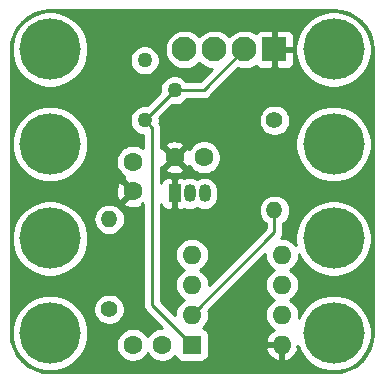
<source format=gtl>
G04 #@! TF.GenerationSoftware,KiCad,Pcbnew,(5.1.4)-1*
G04 #@! TF.CreationDate,2019-11-21T21:08:13-06:00*
G04 #@! TF.ProjectId,SensorBoard,53656e73-6f72-4426-9f61-72642e6b6963,rev?*
G04 #@! TF.SameCoordinates,Original*
G04 #@! TF.FileFunction,Copper,L1,Top*
G04 #@! TF.FilePolarity,Positive*
%FSLAX46Y46*%
G04 Gerber Fmt 4.6, Leading zero omitted, Abs format (unit mm)*
G04 Created by KiCad (PCBNEW (5.1.4)-1) date 2019-11-21 21:08:13*
%MOMM*%
%LPD*%
G04 APERTURE LIST*
%ADD10R,1.050000X1.500000*%
%ADD11O,1.050000X1.500000*%
%ADD12C,1.600000*%
%ADD13C,5.200000*%
%ADD14O,1.600000X1.600000*%
%ADD15R,1.600000X1.600000*%
%ADD16C,1.260000*%
%ADD17O,1.400000X1.400000*%
%ADD18C,1.400000*%
%ADD19C,2.100000*%
%ADD20R,2.100000X2.100000*%
%ADD21C,0.250000*%
%ADD22C,0.254000*%
G04 APERTURE END LIST*
D10*
X2540000Y-12192000D03*
D11*
X5080000Y-12192000D03*
X3810000Y-12192000D03*
D12*
X5040000Y-9144000D03*
X2540000Y-9144000D03*
D13*
X16000000Y-8000000D03*
X16000000Y-16000000D03*
X16000000Y-24000000D03*
X16000000Y0D03*
X-8000000Y-16000000D03*
X-8000000Y-8000000D03*
X-8000000Y0D03*
X-8000000Y-24000000D03*
D14*
X11620000Y-25000000D03*
X4000000Y-17380000D03*
X11620000Y-22460000D03*
X4000000Y-19920000D03*
X11620000Y-19920000D03*
X4000000Y-22460000D03*
X11620000Y-17380000D03*
D15*
X4000000Y-25000000D03*
D16*
X0Y-6000000D03*
X2540000Y-3460000D03*
X0Y-920000D03*
D17*
X11000000Y-13620000D03*
D18*
X11000000Y-6000000D03*
D17*
X-3000000Y-14380000D03*
D18*
X-3000000Y-22000000D03*
D19*
X3380000Y0D03*
X5920000Y0D03*
X8460000Y0D03*
D20*
X11000000Y0D03*
D12*
X1500000Y-25000000D03*
X-1000000Y-25000000D03*
X-1000000Y-9500000D03*
X-1000000Y-12000000D03*
D21*
X5000000Y-3460000D02*
X8460000Y0D01*
X2540000Y-3460000D02*
X5000000Y-3460000D01*
X2540000Y-3460000D02*
X0Y-6000000D01*
X629999Y-21629999D02*
X4000000Y-25000000D01*
X629999Y-6629999D02*
X629999Y-21629999D01*
X0Y-6000000D02*
X629999Y-6629999D01*
X11000000Y-15460000D02*
X11000000Y-13620000D01*
X4000000Y-22460000D02*
X11000000Y-15460000D01*
D22*
G36*
X16648126Y3273286D02*
G01*
X17271572Y3085057D01*
X17846579Y2779319D01*
X18351247Y2367721D01*
X18766362Y1865933D01*
X19076105Y1293076D01*
X19268682Y670961D01*
X19340000Y-7584D01*
X19340001Y-23967711D01*
X19273286Y-24648126D01*
X19085057Y-25271570D01*
X18779323Y-25846573D01*
X18367721Y-26351248D01*
X17865933Y-26766362D01*
X17293077Y-27076104D01*
X16670961Y-27268682D01*
X15992417Y-27340000D01*
X-7967721Y-27340000D01*
X-8648126Y-27273286D01*
X-9271570Y-27085057D01*
X-9846573Y-26779323D01*
X-10351248Y-26367721D01*
X-10766362Y-25865933D01*
X-11076104Y-25293077D01*
X-11268682Y-24670961D01*
X-11340000Y-23992417D01*
X-11340000Y-23681380D01*
X-11235000Y-23681380D01*
X-11235000Y-24318620D01*
X-11110681Y-24943615D01*
X-10866820Y-25532347D01*
X-10512789Y-26062192D01*
X-10062192Y-26512789D01*
X-9532347Y-26866820D01*
X-8943615Y-27110681D01*
X-8318620Y-27235000D01*
X-7681380Y-27235000D01*
X-7056385Y-27110681D01*
X-6467653Y-26866820D01*
X-5937808Y-26512789D01*
X-5487211Y-26062192D01*
X-5133180Y-25532347D01*
X-4889319Y-24943615D01*
X-4765000Y-24318620D01*
X-4765000Y-23681380D01*
X-4889319Y-23056385D01*
X-5133180Y-22467653D01*
X-5487211Y-21937808D01*
X-5556505Y-21868514D01*
X-4335000Y-21868514D01*
X-4335000Y-22131486D01*
X-4283696Y-22389405D01*
X-4183061Y-22632359D01*
X-4036962Y-22851013D01*
X-3851013Y-23036962D01*
X-3632359Y-23183061D01*
X-3389405Y-23283696D01*
X-3131486Y-23335000D01*
X-2868514Y-23335000D01*
X-2610595Y-23283696D01*
X-2367641Y-23183061D01*
X-2148987Y-23036962D01*
X-1963038Y-22851013D01*
X-1816939Y-22632359D01*
X-1716304Y-22389405D01*
X-1665000Y-22131486D01*
X-1665000Y-21868514D01*
X-1716304Y-21610595D01*
X-1816939Y-21367641D01*
X-1963038Y-21148987D01*
X-2148987Y-20963038D01*
X-2367641Y-20816939D01*
X-2610595Y-20716304D01*
X-2868514Y-20665000D01*
X-3131486Y-20665000D01*
X-3389405Y-20716304D01*
X-3632359Y-20816939D01*
X-3851013Y-20963038D01*
X-4036962Y-21148987D01*
X-4183061Y-21367641D01*
X-4283696Y-21610595D01*
X-4335000Y-21868514D01*
X-5556505Y-21868514D01*
X-5937808Y-21487211D01*
X-6467653Y-21133180D01*
X-7056385Y-20889319D01*
X-7681380Y-20765000D01*
X-8318620Y-20765000D01*
X-8943615Y-20889319D01*
X-9532347Y-21133180D01*
X-10062192Y-21487211D01*
X-10512789Y-21937808D01*
X-10866820Y-22467653D01*
X-11110681Y-23056385D01*
X-11235000Y-23681380D01*
X-11340000Y-23681380D01*
X-11340000Y-15681380D01*
X-11235000Y-15681380D01*
X-11235000Y-16318620D01*
X-11110681Y-16943615D01*
X-10866820Y-17532347D01*
X-10512789Y-18062192D01*
X-10062192Y-18512789D01*
X-9532347Y-18866820D01*
X-8943615Y-19110681D01*
X-8318620Y-19235000D01*
X-7681380Y-19235000D01*
X-7056385Y-19110681D01*
X-6467653Y-18866820D01*
X-5937808Y-18512789D01*
X-5487211Y-18062192D01*
X-5133180Y-17532347D01*
X-4889319Y-16943615D01*
X-4765000Y-16318620D01*
X-4765000Y-15681380D01*
X-4889319Y-15056385D01*
X-5133180Y-14467653D01*
X-5191747Y-14380000D01*
X-4341459Y-14380000D01*
X-4315683Y-14641706D01*
X-4239347Y-14893354D01*
X-4115382Y-15125275D01*
X-3948555Y-15328555D01*
X-3745275Y-15495382D01*
X-3513354Y-15619347D01*
X-3261706Y-15695683D01*
X-3065579Y-15715000D01*
X-2934421Y-15715000D01*
X-2738294Y-15695683D01*
X-2486646Y-15619347D01*
X-2254725Y-15495382D01*
X-2051445Y-15328555D01*
X-1884618Y-15125275D01*
X-1760653Y-14893354D01*
X-1684317Y-14641706D01*
X-1658541Y-14380000D01*
X-1684317Y-14118294D01*
X-1760653Y-13866646D01*
X-1884618Y-13634725D01*
X-2051445Y-13431445D01*
X-2254725Y-13264618D01*
X-2486646Y-13140653D01*
X-2738294Y-13064317D01*
X-2934421Y-13045000D01*
X-3065579Y-13045000D01*
X-3261706Y-13064317D01*
X-3513354Y-13140653D01*
X-3745275Y-13264618D01*
X-3948555Y-13431445D01*
X-4115382Y-13634725D01*
X-4239347Y-13866646D01*
X-4315683Y-14118294D01*
X-4341459Y-14380000D01*
X-5191747Y-14380000D01*
X-5487211Y-13937808D01*
X-5937808Y-13487211D01*
X-6467653Y-13133180D01*
X-7056385Y-12889319D01*
X-7681380Y-12765000D01*
X-8318620Y-12765000D01*
X-8943615Y-12889319D01*
X-9532347Y-13133180D01*
X-10062192Y-13487211D01*
X-10512789Y-13937808D01*
X-10866820Y-14467653D01*
X-11110681Y-15056385D01*
X-11235000Y-15681380D01*
X-11340000Y-15681380D01*
X-11340000Y-12070512D01*
X-2440217Y-12070512D01*
X-2398787Y-12350130D01*
X-2303603Y-12616292D01*
X-2236671Y-12741514D01*
X-1992702Y-12813097D01*
X-1179605Y-12000000D01*
X-1992702Y-11186903D01*
X-2236671Y-11258486D01*
X-2357571Y-11513996D01*
X-2426300Y-11788184D01*
X-2440217Y-12070512D01*
X-11340000Y-12070512D01*
X-11340000Y-7681380D01*
X-11235000Y-7681380D01*
X-11235000Y-8318620D01*
X-11110681Y-8943615D01*
X-10866820Y-9532347D01*
X-10512789Y-10062192D01*
X-10062192Y-10512789D01*
X-9532347Y-10866820D01*
X-8943615Y-11110681D01*
X-8318620Y-11235000D01*
X-7681380Y-11235000D01*
X-7056385Y-11110681D01*
X-6467653Y-10866820D01*
X-5937808Y-10512789D01*
X-5487211Y-10062192D01*
X-5133180Y-9532347D01*
X-5061239Y-9358665D01*
X-2435000Y-9358665D01*
X-2435000Y-9641335D01*
X-2379853Y-9918574D01*
X-2271680Y-10179727D01*
X-2114637Y-10414759D01*
X-1914759Y-10614637D01*
X-1714131Y-10748692D01*
X-1741514Y-10763329D01*
X-1813097Y-11007298D01*
X-1000000Y-11820395D01*
X-985858Y-11806253D01*
X-806253Y-11985858D01*
X-820395Y-12000000D01*
X-806253Y-12014143D01*
X-985858Y-12193748D01*
X-1000000Y-12179605D01*
X-1813097Y-12992702D01*
X-1741514Y-13236671D01*
X-1486004Y-13357571D01*
X-1211816Y-13426300D01*
X-929488Y-13440217D01*
X-649870Y-13398787D01*
X-383708Y-13303603D01*
X-258486Y-13236671D01*
X-186903Y-12992704D01*
X-130001Y-13049606D01*
X-130000Y-21592666D01*
X-133677Y-21629999D01*
X-119003Y-21778984D01*
X-75547Y-21922245D01*
X-4975Y-22054275D01*
X58391Y-22131486D01*
X89999Y-22170000D01*
X118997Y-22193798D01*
X1490199Y-23565000D01*
X1358665Y-23565000D01*
X1081426Y-23620147D01*
X820273Y-23728320D01*
X585241Y-23885363D01*
X385363Y-24085241D01*
X250000Y-24287827D01*
X114637Y-24085241D01*
X-85241Y-23885363D01*
X-320273Y-23728320D01*
X-581426Y-23620147D01*
X-858665Y-23565000D01*
X-1141335Y-23565000D01*
X-1418574Y-23620147D01*
X-1679727Y-23728320D01*
X-1914759Y-23885363D01*
X-2114637Y-24085241D01*
X-2271680Y-24320273D01*
X-2379853Y-24581426D01*
X-2435000Y-24858665D01*
X-2435000Y-25141335D01*
X-2379853Y-25418574D01*
X-2271680Y-25679727D01*
X-2114637Y-25914759D01*
X-1914759Y-26114637D01*
X-1679727Y-26271680D01*
X-1418574Y-26379853D01*
X-1141335Y-26435000D01*
X-858665Y-26435000D01*
X-581426Y-26379853D01*
X-320273Y-26271680D01*
X-85241Y-26114637D01*
X114637Y-25914759D01*
X250000Y-25712173D01*
X385363Y-25914759D01*
X585241Y-26114637D01*
X820273Y-26271680D01*
X1081426Y-26379853D01*
X1358665Y-26435000D01*
X1641335Y-26435000D01*
X1918574Y-26379853D01*
X2179727Y-26271680D01*
X2414759Y-26114637D01*
X2581339Y-25948057D01*
X2610498Y-26044180D01*
X2669463Y-26154494D01*
X2748815Y-26251185D01*
X2845506Y-26330537D01*
X2955820Y-26389502D01*
X3075518Y-26425812D01*
X3200000Y-26438072D01*
X4800000Y-26438072D01*
X4924482Y-26425812D01*
X5044180Y-26389502D01*
X5154494Y-26330537D01*
X5251185Y-26251185D01*
X5330537Y-26154494D01*
X5389502Y-26044180D01*
X5425812Y-25924482D01*
X5438072Y-25800000D01*
X5438072Y-25349039D01*
X10228096Y-25349039D01*
X10268754Y-25483087D01*
X10388963Y-25737420D01*
X10556481Y-25963414D01*
X10764869Y-26152385D01*
X11006119Y-26297070D01*
X11270960Y-26391909D01*
X11493000Y-26270624D01*
X11493000Y-25127000D01*
X10350085Y-25127000D01*
X10228096Y-25349039D01*
X5438072Y-25349039D01*
X5438072Y-24200000D01*
X5425812Y-24075518D01*
X5389502Y-23955820D01*
X5330537Y-23845506D01*
X5251185Y-23748815D01*
X5154494Y-23669463D01*
X5044180Y-23610498D01*
X4924482Y-23574188D01*
X4906518Y-23572419D01*
X5019608Y-23479608D01*
X5198932Y-23261101D01*
X5332182Y-23011808D01*
X5414236Y-22741309D01*
X5441943Y-22460000D01*
X5414236Y-22178691D01*
X5400708Y-22134093D01*
X10180598Y-17354204D01*
X10178057Y-17380000D01*
X10205764Y-17661309D01*
X10287818Y-17931808D01*
X10421068Y-18181101D01*
X10600392Y-18399608D01*
X10818899Y-18578932D01*
X10951858Y-18650000D01*
X10818899Y-18721068D01*
X10600392Y-18900392D01*
X10421068Y-19118899D01*
X10287818Y-19368192D01*
X10205764Y-19638691D01*
X10178057Y-19920000D01*
X10205764Y-20201309D01*
X10287818Y-20471808D01*
X10421068Y-20721101D01*
X10600392Y-20939608D01*
X10818899Y-21118932D01*
X10951858Y-21190000D01*
X10818899Y-21261068D01*
X10600392Y-21440392D01*
X10421068Y-21658899D01*
X10287818Y-21908192D01*
X10205764Y-22178691D01*
X10178057Y-22460000D01*
X10205764Y-22741309D01*
X10287818Y-23011808D01*
X10421068Y-23261101D01*
X10600392Y-23479608D01*
X10818899Y-23658932D01*
X10956682Y-23732579D01*
X10764869Y-23847615D01*
X10556481Y-24036586D01*
X10388963Y-24262580D01*
X10268754Y-24516913D01*
X10228096Y-24650961D01*
X10350085Y-24873000D01*
X11493000Y-24873000D01*
X11493000Y-24853000D01*
X11747000Y-24853000D01*
X11747000Y-24873000D01*
X11767000Y-24873000D01*
X11767000Y-25127000D01*
X11747000Y-25127000D01*
X11747000Y-26270624D01*
X11969040Y-26391909D01*
X12233881Y-26297070D01*
X12475131Y-26152385D01*
X12683519Y-25963414D01*
X12851037Y-25737420D01*
X12971246Y-25483087D01*
X13011904Y-25349039D01*
X12889916Y-25127002D01*
X12965280Y-25127002D01*
X13133180Y-25532347D01*
X13487211Y-26062192D01*
X13937808Y-26512789D01*
X14467653Y-26866820D01*
X15056385Y-27110681D01*
X15681380Y-27235000D01*
X16318620Y-27235000D01*
X16943615Y-27110681D01*
X17532347Y-26866820D01*
X18062192Y-26512789D01*
X18512789Y-26062192D01*
X18866820Y-25532347D01*
X19110681Y-24943615D01*
X19235000Y-24318620D01*
X19235000Y-23681380D01*
X19110681Y-23056385D01*
X18866820Y-22467653D01*
X18512789Y-21937808D01*
X18062192Y-21487211D01*
X17532347Y-21133180D01*
X16943615Y-20889319D01*
X16318620Y-20765000D01*
X15681380Y-20765000D01*
X15056385Y-20889319D01*
X14467653Y-21133180D01*
X13937808Y-21487211D01*
X13487211Y-21937808D01*
X13133180Y-22467653D01*
X13038731Y-22695673D01*
X13061943Y-22460000D01*
X13034236Y-22178691D01*
X12952182Y-21908192D01*
X12818932Y-21658899D01*
X12639608Y-21440392D01*
X12421101Y-21261068D01*
X12288142Y-21190000D01*
X12421101Y-21118932D01*
X12639608Y-20939608D01*
X12818932Y-20721101D01*
X12952182Y-20471808D01*
X13034236Y-20201309D01*
X13061943Y-19920000D01*
X13034236Y-19638691D01*
X12952182Y-19368192D01*
X12818932Y-19118899D01*
X12639608Y-18900392D01*
X12421101Y-18721068D01*
X12288142Y-18650000D01*
X12421101Y-18578932D01*
X12639608Y-18399608D01*
X12818932Y-18181101D01*
X12952182Y-17931808D01*
X13034236Y-17661309D01*
X13061943Y-17380000D01*
X13059406Y-17354241D01*
X13133180Y-17532347D01*
X13487211Y-18062192D01*
X13937808Y-18512789D01*
X14467653Y-18866820D01*
X15056385Y-19110681D01*
X15681380Y-19235000D01*
X16318620Y-19235000D01*
X16943615Y-19110681D01*
X17532347Y-18866820D01*
X18062192Y-18512789D01*
X18512789Y-18062192D01*
X18866820Y-17532347D01*
X19110681Y-16943615D01*
X19235000Y-16318620D01*
X19235000Y-15681380D01*
X19110681Y-15056385D01*
X18866820Y-14467653D01*
X18512789Y-13937808D01*
X18062192Y-13487211D01*
X17532347Y-13133180D01*
X16943615Y-12889319D01*
X16318620Y-12765000D01*
X15681380Y-12765000D01*
X15056385Y-12889319D01*
X14467653Y-13133180D01*
X13937808Y-13487211D01*
X13487211Y-13937808D01*
X13133180Y-14467653D01*
X12889319Y-15056385D01*
X12765000Y-15681380D01*
X12765000Y-16318620D01*
X12816082Y-16575426D01*
X12639608Y-16360392D01*
X12421101Y-16181068D01*
X12171808Y-16047818D01*
X11901309Y-15965764D01*
X11690492Y-15945000D01*
X11585139Y-15945000D01*
X11634974Y-15884277D01*
X11705546Y-15752247D01*
X11705546Y-15752246D01*
X11749003Y-15608986D01*
X11760000Y-15497333D01*
X11760000Y-15497323D01*
X11763676Y-15460000D01*
X11760000Y-15422677D01*
X11760000Y-14723298D01*
X11948555Y-14568555D01*
X12115382Y-14365275D01*
X12239347Y-14133354D01*
X12315683Y-13881706D01*
X12341459Y-13620000D01*
X12315683Y-13358294D01*
X12239347Y-13106646D01*
X12115382Y-12874725D01*
X11948555Y-12671445D01*
X11745275Y-12504618D01*
X11513354Y-12380653D01*
X11261706Y-12304317D01*
X11065579Y-12285000D01*
X10934421Y-12285000D01*
X10738294Y-12304317D01*
X10486646Y-12380653D01*
X10254725Y-12504618D01*
X10051445Y-12671445D01*
X9884618Y-12874725D01*
X9760653Y-13106646D01*
X9684317Y-13358294D01*
X9658541Y-13620000D01*
X9684317Y-13881706D01*
X9760653Y-14133354D01*
X9884618Y-14365275D01*
X10051445Y-14568555D01*
X10240000Y-14723298D01*
X10240000Y-15145198D01*
X5439402Y-19945796D01*
X5441943Y-19920000D01*
X5414236Y-19638691D01*
X5332182Y-19368192D01*
X5198932Y-19118899D01*
X5019608Y-18900392D01*
X4801101Y-18721068D01*
X4668142Y-18650000D01*
X4801101Y-18578932D01*
X5019608Y-18399608D01*
X5198932Y-18181101D01*
X5332182Y-17931808D01*
X5414236Y-17661309D01*
X5441943Y-17380000D01*
X5414236Y-17098691D01*
X5332182Y-16828192D01*
X5198932Y-16578899D01*
X5019608Y-16360392D01*
X4801101Y-16181068D01*
X4551808Y-16047818D01*
X4281309Y-15965764D01*
X4070492Y-15945000D01*
X3929508Y-15945000D01*
X3718691Y-15965764D01*
X3448192Y-16047818D01*
X3198899Y-16181068D01*
X2980392Y-16360392D01*
X2801068Y-16578899D01*
X2667818Y-16828192D01*
X2585764Y-17098691D01*
X2558057Y-17380000D01*
X2585764Y-17661309D01*
X2667818Y-17931808D01*
X2801068Y-18181101D01*
X2980392Y-18399608D01*
X3198899Y-18578932D01*
X3331858Y-18650000D01*
X3198899Y-18721068D01*
X2980392Y-18900392D01*
X2801068Y-19118899D01*
X2667818Y-19368192D01*
X2585764Y-19638691D01*
X2558057Y-19920000D01*
X2585764Y-20201309D01*
X2667818Y-20471808D01*
X2801068Y-20721101D01*
X2980392Y-20939608D01*
X3198899Y-21118932D01*
X3331858Y-21190000D01*
X3198899Y-21261068D01*
X2980392Y-21440392D01*
X2801068Y-21658899D01*
X2667818Y-21908192D01*
X2585764Y-22178691D01*
X2558057Y-22460000D01*
X2560598Y-22485796D01*
X1389999Y-21315198D01*
X1389999Y-13069156D01*
X1425498Y-13186180D01*
X1484463Y-13296494D01*
X1563815Y-13393185D01*
X1660506Y-13472537D01*
X1770820Y-13531502D01*
X1890518Y-13567812D01*
X2015000Y-13580072D01*
X2254250Y-13577000D01*
X2413000Y-13418250D01*
X2413000Y-12319000D01*
X2393000Y-12319000D01*
X2393000Y-12065000D01*
X2413000Y-12065000D01*
X2413000Y-11910022D01*
X2650000Y-11910022D01*
X2650000Y-12473979D01*
X2666785Y-12644400D01*
X2667000Y-12645109D01*
X2667000Y-13418250D01*
X2825750Y-13577000D01*
X3065000Y-13580072D01*
X3189482Y-13567812D01*
X3309180Y-13531502D01*
X3373902Y-13496907D01*
X3582601Y-13560215D01*
X3810000Y-13582612D01*
X4037400Y-13560215D01*
X4256060Y-13493885D01*
X4445001Y-13392894D01*
X4633941Y-13493885D01*
X4852601Y-13560215D01*
X5080000Y-13582612D01*
X5307400Y-13560215D01*
X5526060Y-13493885D01*
X5727579Y-13386171D01*
X5904212Y-13241212D01*
X6049171Y-13064579D01*
X6156885Y-12863059D01*
X6223215Y-12644399D01*
X6240000Y-12473978D01*
X6240000Y-11910021D01*
X6223215Y-11739600D01*
X6156885Y-11520940D01*
X6049171Y-11319421D01*
X5904212Y-11142788D01*
X5727578Y-10997829D01*
X5526059Y-10890115D01*
X5307399Y-10823785D01*
X5080000Y-10801388D01*
X4852600Y-10823785D01*
X4633940Y-10890115D01*
X4445000Y-10991106D01*
X4256059Y-10890115D01*
X4037399Y-10823785D01*
X3810000Y-10801388D01*
X3582600Y-10823785D01*
X3373902Y-10887093D01*
X3309180Y-10852498D01*
X3189482Y-10816188D01*
X3065000Y-10803928D01*
X2825750Y-10807000D01*
X2667000Y-10965750D01*
X2667000Y-11738892D01*
X2666785Y-11739601D01*
X2650000Y-11910022D01*
X2413000Y-11910022D01*
X2413000Y-10965750D01*
X2254250Y-10807000D01*
X2015000Y-10803928D01*
X1890518Y-10816188D01*
X1770820Y-10852498D01*
X1660506Y-10911463D01*
X1563815Y-10990815D01*
X1484463Y-11087506D01*
X1425498Y-11197820D01*
X1389999Y-11314844D01*
X1389999Y-10136702D01*
X1726903Y-10136702D01*
X1798486Y-10380671D01*
X2053996Y-10501571D01*
X2328184Y-10570300D01*
X2610512Y-10584217D01*
X2890130Y-10542787D01*
X3156292Y-10447603D01*
X3281514Y-10380671D01*
X3353097Y-10136702D01*
X2540000Y-9323605D01*
X1726903Y-10136702D01*
X1389999Y-10136702D01*
X1389999Y-9910944D01*
X1547298Y-9957097D01*
X2360395Y-9144000D01*
X2719605Y-9144000D01*
X3532702Y-9957097D01*
X3776671Y-9885514D01*
X3790324Y-9856659D01*
X3925363Y-10058759D01*
X4125241Y-10258637D01*
X4360273Y-10415680D01*
X4621426Y-10523853D01*
X4898665Y-10579000D01*
X5181335Y-10579000D01*
X5458574Y-10523853D01*
X5719727Y-10415680D01*
X5954759Y-10258637D01*
X6154637Y-10058759D01*
X6311680Y-9823727D01*
X6419853Y-9562574D01*
X6475000Y-9285335D01*
X6475000Y-9002665D01*
X6419853Y-8725426D01*
X6311680Y-8464273D01*
X6154637Y-8229241D01*
X5954759Y-8029363D01*
X5719727Y-7872320D01*
X5458574Y-7764147D01*
X5181335Y-7709000D01*
X4898665Y-7709000D01*
X4621426Y-7764147D01*
X4360273Y-7872320D01*
X4125241Y-8029363D01*
X3925363Y-8229241D01*
X3791308Y-8429869D01*
X3776671Y-8402486D01*
X3532702Y-8330903D01*
X2719605Y-9144000D01*
X2360395Y-9144000D01*
X1547298Y-8330903D01*
X1389999Y-8377056D01*
X1389999Y-8151298D01*
X1726903Y-8151298D01*
X2540000Y-8964395D01*
X3353097Y-8151298D01*
X3281514Y-7907329D01*
X3026004Y-7786429D01*
X2751816Y-7717700D01*
X2469488Y-7703783D01*
X2189870Y-7745213D01*
X1923708Y-7840397D01*
X1798486Y-7907329D01*
X1726903Y-8151298D01*
X1389999Y-8151298D01*
X1389999Y-7681380D01*
X12765000Y-7681380D01*
X12765000Y-8318620D01*
X12889319Y-8943615D01*
X13133180Y-9532347D01*
X13487211Y-10062192D01*
X13937808Y-10512789D01*
X14467653Y-10866820D01*
X15056385Y-11110681D01*
X15681380Y-11235000D01*
X16318620Y-11235000D01*
X16943615Y-11110681D01*
X17532347Y-10866820D01*
X18062192Y-10512789D01*
X18512789Y-10062192D01*
X18866820Y-9532347D01*
X19110681Y-8943615D01*
X19235000Y-8318620D01*
X19235000Y-7681380D01*
X19110681Y-7056385D01*
X18866820Y-6467653D01*
X18512789Y-5937808D01*
X18062192Y-5487211D01*
X17532347Y-5133180D01*
X16943615Y-4889319D01*
X16318620Y-4765000D01*
X15681380Y-4765000D01*
X15056385Y-4889319D01*
X14467653Y-5133180D01*
X13937808Y-5487211D01*
X13487211Y-5937808D01*
X13133180Y-6467653D01*
X12889319Y-7056385D01*
X12765000Y-7681380D01*
X1389999Y-7681380D01*
X1389999Y-6667321D01*
X1393675Y-6629998D01*
X1389999Y-6592675D01*
X1389999Y-6592666D01*
X1379002Y-6481013D01*
X1335545Y-6337752D01*
X1264974Y-6205724D01*
X1264973Y-6205722D01*
X1252005Y-6189921D01*
X1265000Y-6124592D01*
X1265000Y-5875408D01*
X1263629Y-5868514D01*
X9665000Y-5868514D01*
X9665000Y-6131486D01*
X9716304Y-6389405D01*
X9816939Y-6632359D01*
X9963038Y-6851013D01*
X10148987Y-7036962D01*
X10367641Y-7183061D01*
X10610595Y-7283696D01*
X10868514Y-7335000D01*
X11131486Y-7335000D01*
X11389405Y-7283696D01*
X11632359Y-7183061D01*
X11851013Y-7036962D01*
X12036962Y-6851013D01*
X12183061Y-6632359D01*
X12283696Y-6389405D01*
X12335000Y-6131486D01*
X12335000Y-5868514D01*
X12283696Y-5610595D01*
X12183061Y-5367641D01*
X12036962Y-5148987D01*
X11851013Y-4963038D01*
X11632359Y-4816939D01*
X11389405Y-4716304D01*
X11131486Y-4665000D01*
X10868514Y-4665000D01*
X10610595Y-4716304D01*
X10367641Y-4816939D01*
X10148987Y-4963038D01*
X9963038Y-5148987D01*
X9816939Y-5367641D01*
X9716304Y-5610595D01*
X9665000Y-5868514D01*
X1263629Y-5868514D01*
X1254115Y-5820686D01*
X2360687Y-4714115D01*
X2415408Y-4725000D01*
X2664592Y-4725000D01*
X2908987Y-4676387D01*
X3139202Y-4581029D01*
X3346391Y-4442590D01*
X3522590Y-4266391D01*
X3553587Y-4220000D01*
X4962678Y-4220000D01*
X5000000Y-4223676D01*
X5037322Y-4220000D01*
X5037333Y-4220000D01*
X5148986Y-4209003D01*
X5292247Y-4165546D01*
X5424276Y-4094974D01*
X5540001Y-4000001D01*
X5563804Y-3970997D01*
X7930357Y-1604445D01*
X7968504Y-1620246D01*
X8294042Y-1685000D01*
X8625958Y-1685000D01*
X8951496Y-1620246D01*
X9258147Y-1493228D01*
X9411958Y-1390454D01*
X9419463Y-1404494D01*
X9498815Y-1501185D01*
X9595506Y-1580537D01*
X9705820Y-1639502D01*
X9825518Y-1675812D01*
X9950000Y-1688072D01*
X10714250Y-1685000D01*
X10873000Y-1526250D01*
X10873000Y-127000D01*
X11127000Y-127000D01*
X11127000Y-1526250D01*
X11285750Y-1685000D01*
X12050000Y-1688072D01*
X12174482Y-1675812D01*
X12294180Y-1639502D01*
X12404494Y-1580537D01*
X12501185Y-1501185D01*
X12580537Y-1404494D01*
X12639502Y-1294180D01*
X12675812Y-1174482D01*
X12688072Y-1050000D01*
X12685000Y-285750D01*
X12526250Y-127000D01*
X11127000Y-127000D01*
X10873000Y-127000D01*
X10853000Y-127000D01*
X10853000Y127000D01*
X10873000Y127000D01*
X10873000Y1526250D01*
X11127000Y1526250D01*
X11127000Y127000D01*
X12526250Y127000D01*
X12685000Y285750D01*
X12685132Y318620D01*
X12765000Y318620D01*
X12765000Y-318620D01*
X12889319Y-943615D01*
X13133180Y-1532347D01*
X13487211Y-2062192D01*
X13937808Y-2512789D01*
X14467653Y-2866820D01*
X15056385Y-3110681D01*
X15681380Y-3235000D01*
X16318620Y-3235000D01*
X16943615Y-3110681D01*
X17532347Y-2866820D01*
X18062192Y-2512789D01*
X18512789Y-2062192D01*
X18866820Y-1532347D01*
X19110681Y-943615D01*
X19235000Y-318620D01*
X19235000Y318620D01*
X19110681Y943615D01*
X18866820Y1532347D01*
X18512789Y2062192D01*
X18062192Y2512789D01*
X17532347Y2866820D01*
X16943615Y3110681D01*
X16318620Y3235000D01*
X15681380Y3235000D01*
X15056385Y3110681D01*
X14467653Y2866820D01*
X13937808Y2512789D01*
X13487211Y2062192D01*
X13133180Y1532347D01*
X12889319Y943615D01*
X12765000Y318620D01*
X12685132Y318620D01*
X12688072Y1050000D01*
X12675812Y1174482D01*
X12639502Y1294180D01*
X12580537Y1404494D01*
X12501185Y1501185D01*
X12404494Y1580537D01*
X12294180Y1639502D01*
X12174482Y1675812D01*
X12050000Y1688072D01*
X11285750Y1685000D01*
X11127000Y1526250D01*
X10873000Y1526250D01*
X10714250Y1685000D01*
X9950000Y1688072D01*
X9825518Y1675812D01*
X9705820Y1639502D01*
X9595506Y1580537D01*
X9498815Y1501185D01*
X9419463Y1404494D01*
X9411958Y1390454D01*
X9258147Y1493228D01*
X8951496Y1620246D01*
X8625958Y1685000D01*
X8294042Y1685000D01*
X7968504Y1620246D01*
X7661853Y1493228D01*
X7385875Y1308825D01*
X7190000Y1112950D01*
X6994125Y1308825D01*
X6718147Y1493228D01*
X6411496Y1620246D01*
X6085958Y1685000D01*
X5754042Y1685000D01*
X5428504Y1620246D01*
X5121853Y1493228D01*
X4845875Y1308825D01*
X4650000Y1112950D01*
X4454125Y1308825D01*
X4178147Y1493228D01*
X3871496Y1620246D01*
X3545958Y1685000D01*
X3214042Y1685000D01*
X2888504Y1620246D01*
X2581853Y1493228D01*
X2305875Y1308825D01*
X2071175Y1074125D01*
X1886772Y798147D01*
X1759754Y491496D01*
X1695000Y165958D01*
X1695000Y-165958D01*
X1759754Y-491496D01*
X1886772Y-798147D01*
X2071175Y-1074125D01*
X2305875Y-1308825D01*
X2581853Y-1493228D01*
X2888504Y-1620246D01*
X3214042Y-1685000D01*
X3545958Y-1685000D01*
X3871496Y-1620246D01*
X4178147Y-1493228D01*
X4454125Y-1308825D01*
X4650000Y-1112950D01*
X4845875Y-1308825D01*
X5121853Y-1493228D01*
X5428504Y-1620246D01*
X5709132Y-1676067D01*
X4685199Y-2700000D01*
X3553587Y-2700000D01*
X3522590Y-2653609D01*
X3346391Y-2477410D01*
X3139202Y-2338971D01*
X2908987Y-2243613D01*
X2664592Y-2195000D01*
X2415408Y-2195000D01*
X2171013Y-2243613D01*
X1940798Y-2338971D01*
X1733609Y-2477410D01*
X1557410Y-2653609D01*
X1418971Y-2860798D01*
X1323613Y-3091013D01*
X1275000Y-3335408D01*
X1275000Y-3584592D01*
X1285885Y-3639313D01*
X179314Y-4745885D01*
X124592Y-4735000D01*
X-124592Y-4735000D01*
X-368987Y-4783613D01*
X-599202Y-4878971D01*
X-806391Y-5017410D01*
X-982590Y-5193609D01*
X-1121029Y-5400798D01*
X-1216387Y-5631013D01*
X-1265000Y-5875408D01*
X-1265000Y-6124592D01*
X-1216387Y-6368987D01*
X-1121029Y-6599202D01*
X-982590Y-6806391D01*
X-806391Y-6982590D01*
X-599202Y-7121029D01*
X-368987Y-7216387D01*
X-130001Y-7263924D01*
X-130001Y-8355455D01*
X-320273Y-8228320D01*
X-581426Y-8120147D01*
X-858665Y-8065000D01*
X-1141335Y-8065000D01*
X-1418574Y-8120147D01*
X-1679727Y-8228320D01*
X-1914759Y-8385363D01*
X-2114637Y-8585241D01*
X-2271680Y-8820273D01*
X-2379853Y-9081426D01*
X-2435000Y-9358665D01*
X-5061239Y-9358665D01*
X-4889319Y-8943615D01*
X-4765000Y-8318620D01*
X-4765000Y-7681380D01*
X-4889319Y-7056385D01*
X-5133180Y-6467653D01*
X-5487211Y-5937808D01*
X-5937808Y-5487211D01*
X-6467653Y-5133180D01*
X-7056385Y-4889319D01*
X-7681380Y-4765000D01*
X-8318620Y-4765000D01*
X-8943615Y-4889319D01*
X-9532347Y-5133180D01*
X-10062192Y-5487211D01*
X-10512789Y-5937808D01*
X-10866820Y-6467653D01*
X-11110681Y-7056385D01*
X-11235000Y-7681380D01*
X-11340000Y-7681380D01*
X-11340000Y-32278D01*
X-11305595Y318620D01*
X-11235000Y318620D01*
X-11235000Y-318620D01*
X-11110681Y-943615D01*
X-10866820Y-1532347D01*
X-10512789Y-2062192D01*
X-10062192Y-2512789D01*
X-9532347Y-2866820D01*
X-8943615Y-3110681D01*
X-8318620Y-3235000D01*
X-7681380Y-3235000D01*
X-7056385Y-3110681D01*
X-6467653Y-2866820D01*
X-5937808Y-2512789D01*
X-5487211Y-2062192D01*
X-5133180Y-1532347D01*
X-4889319Y-943615D01*
X-4859839Y-795408D01*
X-1265000Y-795408D01*
X-1265000Y-1044592D01*
X-1216387Y-1288987D01*
X-1121029Y-1519202D01*
X-982590Y-1726391D01*
X-806391Y-1902590D01*
X-599202Y-2041029D01*
X-368987Y-2136387D01*
X-124592Y-2185000D01*
X124592Y-2185000D01*
X368987Y-2136387D01*
X599202Y-2041029D01*
X806391Y-1902590D01*
X982590Y-1726391D01*
X1121029Y-1519202D01*
X1216387Y-1288987D01*
X1265000Y-1044592D01*
X1265000Y-795408D01*
X1216387Y-551013D01*
X1121029Y-320798D01*
X982590Y-113609D01*
X806391Y62590D01*
X599202Y201029D01*
X368987Y296387D01*
X124592Y345000D01*
X-124592Y345000D01*
X-368987Y296387D01*
X-599202Y201029D01*
X-806391Y62590D01*
X-982590Y-113609D01*
X-1121029Y-320798D01*
X-1216387Y-551013D01*
X-1265000Y-795408D01*
X-4859839Y-795408D01*
X-4765000Y-318620D01*
X-4765000Y318620D01*
X-4889319Y943615D01*
X-5133180Y1532347D01*
X-5487211Y2062192D01*
X-5937808Y2512789D01*
X-6467653Y2866820D01*
X-7056385Y3110681D01*
X-7681380Y3235000D01*
X-8318620Y3235000D01*
X-8943615Y3110681D01*
X-9532347Y2866820D01*
X-10062192Y2512789D01*
X-10512789Y2062192D01*
X-10866820Y1532347D01*
X-11110681Y943615D01*
X-11235000Y318620D01*
X-11305595Y318620D01*
X-11273286Y648126D01*
X-11085057Y1271572D01*
X-10779319Y1846579D01*
X-10367721Y2351247D01*
X-9865933Y2766362D01*
X-9293076Y3076105D01*
X-8670961Y3268682D01*
X-7992416Y3340000D01*
X15967722Y3340000D01*
X16648126Y3273286D01*
X16648126Y3273286D01*
G37*
X16648126Y3273286D02*
X17271572Y3085057D01*
X17846579Y2779319D01*
X18351247Y2367721D01*
X18766362Y1865933D01*
X19076105Y1293076D01*
X19268682Y670961D01*
X19340000Y-7584D01*
X19340001Y-23967711D01*
X19273286Y-24648126D01*
X19085057Y-25271570D01*
X18779323Y-25846573D01*
X18367721Y-26351248D01*
X17865933Y-26766362D01*
X17293077Y-27076104D01*
X16670961Y-27268682D01*
X15992417Y-27340000D01*
X-7967721Y-27340000D01*
X-8648126Y-27273286D01*
X-9271570Y-27085057D01*
X-9846573Y-26779323D01*
X-10351248Y-26367721D01*
X-10766362Y-25865933D01*
X-11076104Y-25293077D01*
X-11268682Y-24670961D01*
X-11340000Y-23992417D01*
X-11340000Y-23681380D01*
X-11235000Y-23681380D01*
X-11235000Y-24318620D01*
X-11110681Y-24943615D01*
X-10866820Y-25532347D01*
X-10512789Y-26062192D01*
X-10062192Y-26512789D01*
X-9532347Y-26866820D01*
X-8943615Y-27110681D01*
X-8318620Y-27235000D01*
X-7681380Y-27235000D01*
X-7056385Y-27110681D01*
X-6467653Y-26866820D01*
X-5937808Y-26512789D01*
X-5487211Y-26062192D01*
X-5133180Y-25532347D01*
X-4889319Y-24943615D01*
X-4765000Y-24318620D01*
X-4765000Y-23681380D01*
X-4889319Y-23056385D01*
X-5133180Y-22467653D01*
X-5487211Y-21937808D01*
X-5556505Y-21868514D01*
X-4335000Y-21868514D01*
X-4335000Y-22131486D01*
X-4283696Y-22389405D01*
X-4183061Y-22632359D01*
X-4036962Y-22851013D01*
X-3851013Y-23036962D01*
X-3632359Y-23183061D01*
X-3389405Y-23283696D01*
X-3131486Y-23335000D01*
X-2868514Y-23335000D01*
X-2610595Y-23283696D01*
X-2367641Y-23183061D01*
X-2148987Y-23036962D01*
X-1963038Y-22851013D01*
X-1816939Y-22632359D01*
X-1716304Y-22389405D01*
X-1665000Y-22131486D01*
X-1665000Y-21868514D01*
X-1716304Y-21610595D01*
X-1816939Y-21367641D01*
X-1963038Y-21148987D01*
X-2148987Y-20963038D01*
X-2367641Y-20816939D01*
X-2610595Y-20716304D01*
X-2868514Y-20665000D01*
X-3131486Y-20665000D01*
X-3389405Y-20716304D01*
X-3632359Y-20816939D01*
X-3851013Y-20963038D01*
X-4036962Y-21148987D01*
X-4183061Y-21367641D01*
X-4283696Y-21610595D01*
X-4335000Y-21868514D01*
X-5556505Y-21868514D01*
X-5937808Y-21487211D01*
X-6467653Y-21133180D01*
X-7056385Y-20889319D01*
X-7681380Y-20765000D01*
X-8318620Y-20765000D01*
X-8943615Y-20889319D01*
X-9532347Y-21133180D01*
X-10062192Y-21487211D01*
X-10512789Y-21937808D01*
X-10866820Y-22467653D01*
X-11110681Y-23056385D01*
X-11235000Y-23681380D01*
X-11340000Y-23681380D01*
X-11340000Y-15681380D01*
X-11235000Y-15681380D01*
X-11235000Y-16318620D01*
X-11110681Y-16943615D01*
X-10866820Y-17532347D01*
X-10512789Y-18062192D01*
X-10062192Y-18512789D01*
X-9532347Y-18866820D01*
X-8943615Y-19110681D01*
X-8318620Y-19235000D01*
X-7681380Y-19235000D01*
X-7056385Y-19110681D01*
X-6467653Y-18866820D01*
X-5937808Y-18512789D01*
X-5487211Y-18062192D01*
X-5133180Y-17532347D01*
X-4889319Y-16943615D01*
X-4765000Y-16318620D01*
X-4765000Y-15681380D01*
X-4889319Y-15056385D01*
X-5133180Y-14467653D01*
X-5191747Y-14380000D01*
X-4341459Y-14380000D01*
X-4315683Y-14641706D01*
X-4239347Y-14893354D01*
X-4115382Y-15125275D01*
X-3948555Y-15328555D01*
X-3745275Y-15495382D01*
X-3513354Y-15619347D01*
X-3261706Y-15695683D01*
X-3065579Y-15715000D01*
X-2934421Y-15715000D01*
X-2738294Y-15695683D01*
X-2486646Y-15619347D01*
X-2254725Y-15495382D01*
X-2051445Y-15328555D01*
X-1884618Y-15125275D01*
X-1760653Y-14893354D01*
X-1684317Y-14641706D01*
X-1658541Y-14380000D01*
X-1684317Y-14118294D01*
X-1760653Y-13866646D01*
X-1884618Y-13634725D01*
X-2051445Y-13431445D01*
X-2254725Y-13264618D01*
X-2486646Y-13140653D01*
X-2738294Y-13064317D01*
X-2934421Y-13045000D01*
X-3065579Y-13045000D01*
X-3261706Y-13064317D01*
X-3513354Y-13140653D01*
X-3745275Y-13264618D01*
X-3948555Y-13431445D01*
X-4115382Y-13634725D01*
X-4239347Y-13866646D01*
X-4315683Y-14118294D01*
X-4341459Y-14380000D01*
X-5191747Y-14380000D01*
X-5487211Y-13937808D01*
X-5937808Y-13487211D01*
X-6467653Y-13133180D01*
X-7056385Y-12889319D01*
X-7681380Y-12765000D01*
X-8318620Y-12765000D01*
X-8943615Y-12889319D01*
X-9532347Y-13133180D01*
X-10062192Y-13487211D01*
X-10512789Y-13937808D01*
X-10866820Y-14467653D01*
X-11110681Y-15056385D01*
X-11235000Y-15681380D01*
X-11340000Y-15681380D01*
X-11340000Y-12070512D01*
X-2440217Y-12070512D01*
X-2398787Y-12350130D01*
X-2303603Y-12616292D01*
X-2236671Y-12741514D01*
X-1992702Y-12813097D01*
X-1179605Y-12000000D01*
X-1992702Y-11186903D01*
X-2236671Y-11258486D01*
X-2357571Y-11513996D01*
X-2426300Y-11788184D01*
X-2440217Y-12070512D01*
X-11340000Y-12070512D01*
X-11340000Y-7681380D01*
X-11235000Y-7681380D01*
X-11235000Y-8318620D01*
X-11110681Y-8943615D01*
X-10866820Y-9532347D01*
X-10512789Y-10062192D01*
X-10062192Y-10512789D01*
X-9532347Y-10866820D01*
X-8943615Y-11110681D01*
X-8318620Y-11235000D01*
X-7681380Y-11235000D01*
X-7056385Y-11110681D01*
X-6467653Y-10866820D01*
X-5937808Y-10512789D01*
X-5487211Y-10062192D01*
X-5133180Y-9532347D01*
X-5061239Y-9358665D01*
X-2435000Y-9358665D01*
X-2435000Y-9641335D01*
X-2379853Y-9918574D01*
X-2271680Y-10179727D01*
X-2114637Y-10414759D01*
X-1914759Y-10614637D01*
X-1714131Y-10748692D01*
X-1741514Y-10763329D01*
X-1813097Y-11007298D01*
X-1000000Y-11820395D01*
X-985858Y-11806253D01*
X-806253Y-11985858D01*
X-820395Y-12000000D01*
X-806253Y-12014143D01*
X-985858Y-12193748D01*
X-1000000Y-12179605D01*
X-1813097Y-12992702D01*
X-1741514Y-13236671D01*
X-1486004Y-13357571D01*
X-1211816Y-13426300D01*
X-929488Y-13440217D01*
X-649870Y-13398787D01*
X-383708Y-13303603D01*
X-258486Y-13236671D01*
X-186903Y-12992704D01*
X-130001Y-13049606D01*
X-130000Y-21592666D01*
X-133677Y-21629999D01*
X-119003Y-21778984D01*
X-75547Y-21922245D01*
X-4975Y-22054275D01*
X58391Y-22131486D01*
X89999Y-22170000D01*
X118997Y-22193798D01*
X1490199Y-23565000D01*
X1358665Y-23565000D01*
X1081426Y-23620147D01*
X820273Y-23728320D01*
X585241Y-23885363D01*
X385363Y-24085241D01*
X250000Y-24287827D01*
X114637Y-24085241D01*
X-85241Y-23885363D01*
X-320273Y-23728320D01*
X-581426Y-23620147D01*
X-858665Y-23565000D01*
X-1141335Y-23565000D01*
X-1418574Y-23620147D01*
X-1679727Y-23728320D01*
X-1914759Y-23885363D01*
X-2114637Y-24085241D01*
X-2271680Y-24320273D01*
X-2379853Y-24581426D01*
X-2435000Y-24858665D01*
X-2435000Y-25141335D01*
X-2379853Y-25418574D01*
X-2271680Y-25679727D01*
X-2114637Y-25914759D01*
X-1914759Y-26114637D01*
X-1679727Y-26271680D01*
X-1418574Y-26379853D01*
X-1141335Y-26435000D01*
X-858665Y-26435000D01*
X-581426Y-26379853D01*
X-320273Y-26271680D01*
X-85241Y-26114637D01*
X114637Y-25914759D01*
X250000Y-25712173D01*
X385363Y-25914759D01*
X585241Y-26114637D01*
X820273Y-26271680D01*
X1081426Y-26379853D01*
X1358665Y-26435000D01*
X1641335Y-26435000D01*
X1918574Y-26379853D01*
X2179727Y-26271680D01*
X2414759Y-26114637D01*
X2581339Y-25948057D01*
X2610498Y-26044180D01*
X2669463Y-26154494D01*
X2748815Y-26251185D01*
X2845506Y-26330537D01*
X2955820Y-26389502D01*
X3075518Y-26425812D01*
X3200000Y-26438072D01*
X4800000Y-26438072D01*
X4924482Y-26425812D01*
X5044180Y-26389502D01*
X5154494Y-26330537D01*
X5251185Y-26251185D01*
X5330537Y-26154494D01*
X5389502Y-26044180D01*
X5425812Y-25924482D01*
X5438072Y-25800000D01*
X5438072Y-25349039D01*
X10228096Y-25349039D01*
X10268754Y-25483087D01*
X10388963Y-25737420D01*
X10556481Y-25963414D01*
X10764869Y-26152385D01*
X11006119Y-26297070D01*
X11270960Y-26391909D01*
X11493000Y-26270624D01*
X11493000Y-25127000D01*
X10350085Y-25127000D01*
X10228096Y-25349039D01*
X5438072Y-25349039D01*
X5438072Y-24200000D01*
X5425812Y-24075518D01*
X5389502Y-23955820D01*
X5330537Y-23845506D01*
X5251185Y-23748815D01*
X5154494Y-23669463D01*
X5044180Y-23610498D01*
X4924482Y-23574188D01*
X4906518Y-23572419D01*
X5019608Y-23479608D01*
X5198932Y-23261101D01*
X5332182Y-23011808D01*
X5414236Y-22741309D01*
X5441943Y-22460000D01*
X5414236Y-22178691D01*
X5400708Y-22134093D01*
X10180598Y-17354204D01*
X10178057Y-17380000D01*
X10205764Y-17661309D01*
X10287818Y-17931808D01*
X10421068Y-18181101D01*
X10600392Y-18399608D01*
X10818899Y-18578932D01*
X10951858Y-18650000D01*
X10818899Y-18721068D01*
X10600392Y-18900392D01*
X10421068Y-19118899D01*
X10287818Y-19368192D01*
X10205764Y-19638691D01*
X10178057Y-19920000D01*
X10205764Y-20201309D01*
X10287818Y-20471808D01*
X10421068Y-20721101D01*
X10600392Y-20939608D01*
X10818899Y-21118932D01*
X10951858Y-21190000D01*
X10818899Y-21261068D01*
X10600392Y-21440392D01*
X10421068Y-21658899D01*
X10287818Y-21908192D01*
X10205764Y-22178691D01*
X10178057Y-22460000D01*
X10205764Y-22741309D01*
X10287818Y-23011808D01*
X10421068Y-23261101D01*
X10600392Y-23479608D01*
X10818899Y-23658932D01*
X10956682Y-23732579D01*
X10764869Y-23847615D01*
X10556481Y-24036586D01*
X10388963Y-24262580D01*
X10268754Y-24516913D01*
X10228096Y-24650961D01*
X10350085Y-24873000D01*
X11493000Y-24873000D01*
X11493000Y-24853000D01*
X11747000Y-24853000D01*
X11747000Y-24873000D01*
X11767000Y-24873000D01*
X11767000Y-25127000D01*
X11747000Y-25127000D01*
X11747000Y-26270624D01*
X11969040Y-26391909D01*
X12233881Y-26297070D01*
X12475131Y-26152385D01*
X12683519Y-25963414D01*
X12851037Y-25737420D01*
X12971246Y-25483087D01*
X13011904Y-25349039D01*
X12889916Y-25127002D01*
X12965280Y-25127002D01*
X13133180Y-25532347D01*
X13487211Y-26062192D01*
X13937808Y-26512789D01*
X14467653Y-26866820D01*
X15056385Y-27110681D01*
X15681380Y-27235000D01*
X16318620Y-27235000D01*
X16943615Y-27110681D01*
X17532347Y-26866820D01*
X18062192Y-26512789D01*
X18512789Y-26062192D01*
X18866820Y-25532347D01*
X19110681Y-24943615D01*
X19235000Y-24318620D01*
X19235000Y-23681380D01*
X19110681Y-23056385D01*
X18866820Y-22467653D01*
X18512789Y-21937808D01*
X18062192Y-21487211D01*
X17532347Y-21133180D01*
X16943615Y-20889319D01*
X16318620Y-20765000D01*
X15681380Y-20765000D01*
X15056385Y-20889319D01*
X14467653Y-21133180D01*
X13937808Y-21487211D01*
X13487211Y-21937808D01*
X13133180Y-22467653D01*
X13038731Y-22695673D01*
X13061943Y-22460000D01*
X13034236Y-22178691D01*
X12952182Y-21908192D01*
X12818932Y-21658899D01*
X12639608Y-21440392D01*
X12421101Y-21261068D01*
X12288142Y-21190000D01*
X12421101Y-21118932D01*
X12639608Y-20939608D01*
X12818932Y-20721101D01*
X12952182Y-20471808D01*
X13034236Y-20201309D01*
X13061943Y-19920000D01*
X13034236Y-19638691D01*
X12952182Y-19368192D01*
X12818932Y-19118899D01*
X12639608Y-18900392D01*
X12421101Y-18721068D01*
X12288142Y-18650000D01*
X12421101Y-18578932D01*
X12639608Y-18399608D01*
X12818932Y-18181101D01*
X12952182Y-17931808D01*
X13034236Y-17661309D01*
X13061943Y-17380000D01*
X13059406Y-17354241D01*
X13133180Y-17532347D01*
X13487211Y-18062192D01*
X13937808Y-18512789D01*
X14467653Y-18866820D01*
X15056385Y-19110681D01*
X15681380Y-19235000D01*
X16318620Y-19235000D01*
X16943615Y-19110681D01*
X17532347Y-18866820D01*
X18062192Y-18512789D01*
X18512789Y-18062192D01*
X18866820Y-17532347D01*
X19110681Y-16943615D01*
X19235000Y-16318620D01*
X19235000Y-15681380D01*
X19110681Y-15056385D01*
X18866820Y-14467653D01*
X18512789Y-13937808D01*
X18062192Y-13487211D01*
X17532347Y-13133180D01*
X16943615Y-12889319D01*
X16318620Y-12765000D01*
X15681380Y-12765000D01*
X15056385Y-12889319D01*
X14467653Y-13133180D01*
X13937808Y-13487211D01*
X13487211Y-13937808D01*
X13133180Y-14467653D01*
X12889319Y-15056385D01*
X12765000Y-15681380D01*
X12765000Y-16318620D01*
X12816082Y-16575426D01*
X12639608Y-16360392D01*
X12421101Y-16181068D01*
X12171808Y-16047818D01*
X11901309Y-15965764D01*
X11690492Y-15945000D01*
X11585139Y-15945000D01*
X11634974Y-15884277D01*
X11705546Y-15752247D01*
X11705546Y-15752246D01*
X11749003Y-15608986D01*
X11760000Y-15497333D01*
X11760000Y-15497323D01*
X11763676Y-15460000D01*
X11760000Y-15422677D01*
X11760000Y-14723298D01*
X11948555Y-14568555D01*
X12115382Y-14365275D01*
X12239347Y-14133354D01*
X12315683Y-13881706D01*
X12341459Y-13620000D01*
X12315683Y-13358294D01*
X12239347Y-13106646D01*
X12115382Y-12874725D01*
X11948555Y-12671445D01*
X11745275Y-12504618D01*
X11513354Y-12380653D01*
X11261706Y-12304317D01*
X11065579Y-12285000D01*
X10934421Y-12285000D01*
X10738294Y-12304317D01*
X10486646Y-12380653D01*
X10254725Y-12504618D01*
X10051445Y-12671445D01*
X9884618Y-12874725D01*
X9760653Y-13106646D01*
X9684317Y-13358294D01*
X9658541Y-13620000D01*
X9684317Y-13881706D01*
X9760653Y-14133354D01*
X9884618Y-14365275D01*
X10051445Y-14568555D01*
X10240000Y-14723298D01*
X10240000Y-15145198D01*
X5439402Y-19945796D01*
X5441943Y-19920000D01*
X5414236Y-19638691D01*
X5332182Y-19368192D01*
X5198932Y-19118899D01*
X5019608Y-18900392D01*
X4801101Y-18721068D01*
X4668142Y-18650000D01*
X4801101Y-18578932D01*
X5019608Y-18399608D01*
X5198932Y-18181101D01*
X5332182Y-17931808D01*
X5414236Y-17661309D01*
X5441943Y-17380000D01*
X5414236Y-17098691D01*
X5332182Y-16828192D01*
X5198932Y-16578899D01*
X5019608Y-16360392D01*
X4801101Y-16181068D01*
X4551808Y-16047818D01*
X4281309Y-15965764D01*
X4070492Y-15945000D01*
X3929508Y-15945000D01*
X3718691Y-15965764D01*
X3448192Y-16047818D01*
X3198899Y-16181068D01*
X2980392Y-16360392D01*
X2801068Y-16578899D01*
X2667818Y-16828192D01*
X2585764Y-17098691D01*
X2558057Y-17380000D01*
X2585764Y-17661309D01*
X2667818Y-17931808D01*
X2801068Y-18181101D01*
X2980392Y-18399608D01*
X3198899Y-18578932D01*
X3331858Y-18650000D01*
X3198899Y-18721068D01*
X2980392Y-18900392D01*
X2801068Y-19118899D01*
X2667818Y-19368192D01*
X2585764Y-19638691D01*
X2558057Y-19920000D01*
X2585764Y-20201309D01*
X2667818Y-20471808D01*
X2801068Y-20721101D01*
X2980392Y-20939608D01*
X3198899Y-21118932D01*
X3331858Y-21190000D01*
X3198899Y-21261068D01*
X2980392Y-21440392D01*
X2801068Y-21658899D01*
X2667818Y-21908192D01*
X2585764Y-22178691D01*
X2558057Y-22460000D01*
X2560598Y-22485796D01*
X1389999Y-21315198D01*
X1389999Y-13069156D01*
X1425498Y-13186180D01*
X1484463Y-13296494D01*
X1563815Y-13393185D01*
X1660506Y-13472537D01*
X1770820Y-13531502D01*
X1890518Y-13567812D01*
X2015000Y-13580072D01*
X2254250Y-13577000D01*
X2413000Y-13418250D01*
X2413000Y-12319000D01*
X2393000Y-12319000D01*
X2393000Y-12065000D01*
X2413000Y-12065000D01*
X2413000Y-11910022D01*
X2650000Y-11910022D01*
X2650000Y-12473979D01*
X2666785Y-12644400D01*
X2667000Y-12645109D01*
X2667000Y-13418250D01*
X2825750Y-13577000D01*
X3065000Y-13580072D01*
X3189482Y-13567812D01*
X3309180Y-13531502D01*
X3373902Y-13496907D01*
X3582601Y-13560215D01*
X3810000Y-13582612D01*
X4037400Y-13560215D01*
X4256060Y-13493885D01*
X4445001Y-13392894D01*
X4633941Y-13493885D01*
X4852601Y-13560215D01*
X5080000Y-13582612D01*
X5307400Y-13560215D01*
X5526060Y-13493885D01*
X5727579Y-13386171D01*
X5904212Y-13241212D01*
X6049171Y-13064579D01*
X6156885Y-12863059D01*
X6223215Y-12644399D01*
X6240000Y-12473978D01*
X6240000Y-11910021D01*
X6223215Y-11739600D01*
X6156885Y-11520940D01*
X6049171Y-11319421D01*
X5904212Y-11142788D01*
X5727578Y-10997829D01*
X5526059Y-10890115D01*
X5307399Y-10823785D01*
X5080000Y-10801388D01*
X4852600Y-10823785D01*
X4633940Y-10890115D01*
X4445000Y-10991106D01*
X4256059Y-10890115D01*
X4037399Y-10823785D01*
X3810000Y-10801388D01*
X3582600Y-10823785D01*
X3373902Y-10887093D01*
X3309180Y-10852498D01*
X3189482Y-10816188D01*
X3065000Y-10803928D01*
X2825750Y-10807000D01*
X2667000Y-10965750D01*
X2667000Y-11738892D01*
X2666785Y-11739601D01*
X2650000Y-11910022D01*
X2413000Y-11910022D01*
X2413000Y-10965750D01*
X2254250Y-10807000D01*
X2015000Y-10803928D01*
X1890518Y-10816188D01*
X1770820Y-10852498D01*
X1660506Y-10911463D01*
X1563815Y-10990815D01*
X1484463Y-11087506D01*
X1425498Y-11197820D01*
X1389999Y-11314844D01*
X1389999Y-10136702D01*
X1726903Y-10136702D01*
X1798486Y-10380671D01*
X2053996Y-10501571D01*
X2328184Y-10570300D01*
X2610512Y-10584217D01*
X2890130Y-10542787D01*
X3156292Y-10447603D01*
X3281514Y-10380671D01*
X3353097Y-10136702D01*
X2540000Y-9323605D01*
X1726903Y-10136702D01*
X1389999Y-10136702D01*
X1389999Y-9910944D01*
X1547298Y-9957097D01*
X2360395Y-9144000D01*
X2719605Y-9144000D01*
X3532702Y-9957097D01*
X3776671Y-9885514D01*
X3790324Y-9856659D01*
X3925363Y-10058759D01*
X4125241Y-10258637D01*
X4360273Y-10415680D01*
X4621426Y-10523853D01*
X4898665Y-10579000D01*
X5181335Y-10579000D01*
X5458574Y-10523853D01*
X5719727Y-10415680D01*
X5954759Y-10258637D01*
X6154637Y-10058759D01*
X6311680Y-9823727D01*
X6419853Y-9562574D01*
X6475000Y-9285335D01*
X6475000Y-9002665D01*
X6419853Y-8725426D01*
X6311680Y-8464273D01*
X6154637Y-8229241D01*
X5954759Y-8029363D01*
X5719727Y-7872320D01*
X5458574Y-7764147D01*
X5181335Y-7709000D01*
X4898665Y-7709000D01*
X4621426Y-7764147D01*
X4360273Y-7872320D01*
X4125241Y-8029363D01*
X3925363Y-8229241D01*
X3791308Y-8429869D01*
X3776671Y-8402486D01*
X3532702Y-8330903D01*
X2719605Y-9144000D01*
X2360395Y-9144000D01*
X1547298Y-8330903D01*
X1389999Y-8377056D01*
X1389999Y-8151298D01*
X1726903Y-8151298D01*
X2540000Y-8964395D01*
X3353097Y-8151298D01*
X3281514Y-7907329D01*
X3026004Y-7786429D01*
X2751816Y-7717700D01*
X2469488Y-7703783D01*
X2189870Y-7745213D01*
X1923708Y-7840397D01*
X1798486Y-7907329D01*
X1726903Y-8151298D01*
X1389999Y-8151298D01*
X1389999Y-7681380D01*
X12765000Y-7681380D01*
X12765000Y-8318620D01*
X12889319Y-8943615D01*
X13133180Y-9532347D01*
X13487211Y-10062192D01*
X13937808Y-10512789D01*
X14467653Y-10866820D01*
X15056385Y-11110681D01*
X15681380Y-11235000D01*
X16318620Y-11235000D01*
X16943615Y-11110681D01*
X17532347Y-10866820D01*
X18062192Y-10512789D01*
X18512789Y-10062192D01*
X18866820Y-9532347D01*
X19110681Y-8943615D01*
X19235000Y-8318620D01*
X19235000Y-7681380D01*
X19110681Y-7056385D01*
X18866820Y-6467653D01*
X18512789Y-5937808D01*
X18062192Y-5487211D01*
X17532347Y-5133180D01*
X16943615Y-4889319D01*
X16318620Y-4765000D01*
X15681380Y-4765000D01*
X15056385Y-4889319D01*
X14467653Y-5133180D01*
X13937808Y-5487211D01*
X13487211Y-5937808D01*
X13133180Y-6467653D01*
X12889319Y-7056385D01*
X12765000Y-7681380D01*
X1389999Y-7681380D01*
X1389999Y-6667321D01*
X1393675Y-6629998D01*
X1389999Y-6592675D01*
X1389999Y-6592666D01*
X1379002Y-6481013D01*
X1335545Y-6337752D01*
X1264974Y-6205724D01*
X1264973Y-6205722D01*
X1252005Y-6189921D01*
X1265000Y-6124592D01*
X1265000Y-5875408D01*
X1263629Y-5868514D01*
X9665000Y-5868514D01*
X9665000Y-6131486D01*
X9716304Y-6389405D01*
X9816939Y-6632359D01*
X9963038Y-6851013D01*
X10148987Y-7036962D01*
X10367641Y-7183061D01*
X10610595Y-7283696D01*
X10868514Y-7335000D01*
X11131486Y-7335000D01*
X11389405Y-7283696D01*
X11632359Y-7183061D01*
X11851013Y-7036962D01*
X12036962Y-6851013D01*
X12183061Y-6632359D01*
X12283696Y-6389405D01*
X12335000Y-6131486D01*
X12335000Y-5868514D01*
X12283696Y-5610595D01*
X12183061Y-5367641D01*
X12036962Y-5148987D01*
X11851013Y-4963038D01*
X11632359Y-4816939D01*
X11389405Y-4716304D01*
X11131486Y-4665000D01*
X10868514Y-4665000D01*
X10610595Y-4716304D01*
X10367641Y-4816939D01*
X10148987Y-4963038D01*
X9963038Y-5148987D01*
X9816939Y-5367641D01*
X9716304Y-5610595D01*
X9665000Y-5868514D01*
X1263629Y-5868514D01*
X1254115Y-5820686D01*
X2360687Y-4714115D01*
X2415408Y-4725000D01*
X2664592Y-4725000D01*
X2908987Y-4676387D01*
X3139202Y-4581029D01*
X3346391Y-4442590D01*
X3522590Y-4266391D01*
X3553587Y-4220000D01*
X4962678Y-4220000D01*
X5000000Y-4223676D01*
X5037322Y-4220000D01*
X5037333Y-4220000D01*
X5148986Y-4209003D01*
X5292247Y-4165546D01*
X5424276Y-4094974D01*
X5540001Y-4000001D01*
X5563804Y-3970997D01*
X7930357Y-1604445D01*
X7968504Y-1620246D01*
X8294042Y-1685000D01*
X8625958Y-1685000D01*
X8951496Y-1620246D01*
X9258147Y-1493228D01*
X9411958Y-1390454D01*
X9419463Y-1404494D01*
X9498815Y-1501185D01*
X9595506Y-1580537D01*
X9705820Y-1639502D01*
X9825518Y-1675812D01*
X9950000Y-1688072D01*
X10714250Y-1685000D01*
X10873000Y-1526250D01*
X10873000Y-127000D01*
X11127000Y-127000D01*
X11127000Y-1526250D01*
X11285750Y-1685000D01*
X12050000Y-1688072D01*
X12174482Y-1675812D01*
X12294180Y-1639502D01*
X12404494Y-1580537D01*
X12501185Y-1501185D01*
X12580537Y-1404494D01*
X12639502Y-1294180D01*
X12675812Y-1174482D01*
X12688072Y-1050000D01*
X12685000Y-285750D01*
X12526250Y-127000D01*
X11127000Y-127000D01*
X10873000Y-127000D01*
X10853000Y-127000D01*
X10853000Y127000D01*
X10873000Y127000D01*
X10873000Y1526250D01*
X11127000Y1526250D01*
X11127000Y127000D01*
X12526250Y127000D01*
X12685000Y285750D01*
X12685132Y318620D01*
X12765000Y318620D01*
X12765000Y-318620D01*
X12889319Y-943615D01*
X13133180Y-1532347D01*
X13487211Y-2062192D01*
X13937808Y-2512789D01*
X14467653Y-2866820D01*
X15056385Y-3110681D01*
X15681380Y-3235000D01*
X16318620Y-3235000D01*
X16943615Y-3110681D01*
X17532347Y-2866820D01*
X18062192Y-2512789D01*
X18512789Y-2062192D01*
X18866820Y-1532347D01*
X19110681Y-943615D01*
X19235000Y-318620D01*
X19235000Y318620D01*
X19110681Y943615D01*
X18866820Y1532347D01*
X18512789Y2062192D01*
X18062192Y2512789D01*
X17532347Y2866820D01*
X16943615Y3110681D01*
X16318620Y3235000D01*
X15681380Y3235000D01*
X15056385Y3110681D01*
X14467653Y2866820D01*
X13937808Y2512789D01*
X13487211Y2062192D01*
X13133180Y1532347D01*
X12889319Y943615D01*
X12765000Y318620D01*
X12685132Y318620D01*
X12688072Y1050000D01*
X12675812Y1174482D01*
X12639502Y1294180D01*
X12580537Y1404494D01*
X12501185Y1501185D01*
X12404494Y1580537D01*
X12294180Y1639502D01*
X12174482Y1675812D01*
X12050000Y1688072D01*
X11285750Y1685000D01*
X11127000Y1526250D01*
X10873000Y1526250D01*
X10714250Y1685000D01*
X9950000Y1688072D01*
X9825518Y1675812D01*
X9705820Y1639502D01*
X9595506Y1580537D01*
X9498815Y1501185D01*
X9419463Y1404494D01*
X9411958Y1390454D01*
X9258147Y1493228D01*
X8951496Y1620246D01*
X8625958Y1685000D01*
X8294042Y1685000D01*
X7968504Y1620246D01*
X7661853Y1493228D01*
X7385875Y1308825D01*
X7190000Y1112950D01*
X6994125Y1308825D01*
X6718147Y1493228D01*
X6411496Y1620246D01*
X6085958Y1685000D01*
X5754042Y1685000D01*
X5428504Y1620246D01*
X5121853Y1493228D01*
X4845875Y1308825D01*
X4650000Y1112950D01*
X4454125Y1308825D01*
X4178147Y1493228D01*
X3871496Y1620246D01*
X3545958Y1685000D01*
X3214042Y1685000D01*
X2888504Y1620246D01*
X2581853Y1493228D01*
X2305875Y1308825D01*
X2071175Y1074125D01*
X1886772Y798147D01*
X1759754Y491496D01*
X1695000Y165958D01*
X1695000Y-165958D01*
X1759754Y-491496D01*
X1886772Y-798147D01*
X2071175Y-1074125D01*
X2305875Y-1308825D01*
X2581853Y-1493228D01*
X2888504Y-1620246D01*
X3214042Y-1685000D01*
X3545958Y-1685000D01*
X3871496Y-1620246D01*
X4178147Y-1493228D01*
X4454125Y-1308825D01*
X4650000Y-1112950D01*
X4845875Y-1308825D01*
X5121853Y-1493228D01*
X5428504Y-1620246D01*
X5709132Y-1676067D01*
X4685199Y-2700000D01*
X3553587Y-2700000D01*
X3522590Y-2653609D01*
X3346391Y-2477410D01*
X3139202Y-2338971D01*
X2908987Y-2243613D01*
X2664592Y-2195000D01*
X2415408Y-2195000D01*
X2171013Y-2243613D01*
X1940798Y-2338971D01*
X1733609Y-2477410D01*
X1557410Y-2653609D01*
X1418971Y-2860798D01*
X1323613Y-3091013D01*
X1275000Y-3335408D01*
X1275000Y-3584592D01*
X1285885Y-3639313D01*
X179314Y-4745885D01*
X124592Y-4735000D01*
X-124592Y-4735000D01*
X-368987Y-4783613D01*
X-599202Y-4878971D01*
X-806391Y-5017410D01*
X-982590Y-5193609D01*
X-1121029Y-5400798D01*
X-1216387Y-5631013D01*
X-1265000Y-5875408D01*
X-1265000Y-6124592D01*
X-1216387Y-6368987D01*
X-1121029Y-6599202D01*
X-982590Y-6806391D01*
X-806391Y-6982590D01*
X-599202Y-7121029D01*
X-368987Y-7216387D01*
X-130001Y-7263924D01*
X-130001Y-8355455D01*
X-320273Y-8228320D01*
X-581426Y-8120147D01*
X-858665Y-8065000D01*
X-1141335Y-8065000D01*
X-1418574Y-8120147D01*
X-1679727Y-8228320D01*
X-1914759Y-8385363D01*
X-2114637Y-8585241D01*
X-2271680Y-8820273D01*
X-2379853Y-9081426D01*
X-2435000Y-9358665D01*
X-5061239Y-9358665D01*
X-4889319Y-8943615D01*
X-4765000Y-8318620D01*
X-4765000Y-7681380D01*
X-4889319Y-7056385D01*
X-5133180Y-6467653D01*
X-5487211Y-5937808D01*
X-5937808Y-5487211D01*
X-6467653Y-5133180D01*
X-7056385Y-4889319D01*
X-7681380Y-4765000D01*
X-8318620Y-4765000D01*
X-8943615Y-4889319D01*
X-9532347Y-5133180D01*
X-10062192Y-5487211D01*
X-10512789Y-5937808D01*
X-10866820Y-6467653D01*
X-11110681Y-7056385D01*
X-11235000Y-7681380D01*
X-11340000Y-7681380D01*
X-11340000Y-32278D01*
X-11305595Y318620D01*
X-11235000Y318620D01*
X-11235000Y-318620D01*
X-11110681Y-943615D01*
X-10866820Y-1532347D01*
X-10512789Y-2062192D01*
X-10062192Y-2512789D01*
X-9532347Y-2866820D01*
X-8943615Y-3110681D01*
X-8318620Y-3235000D01*
X-7681380Y-3235000D01*
X-7056385Y-3110681D01*
X-6467653Y-2866820D01*
X-5937808Y-2512789D01*
X-5487211Y-2062192D01*
X-5133180Y-1532347D01*
X-4889319Y-943615D01*
X-4859839Y-795408D01*
X-1265000Y-795408D01*
X-1265000Y-1044592D01*
X-1216387Y-1288987D01*
X-1121029Y-1519202D01*
X-982590Y-1726391D01*
X-806391Y-1902590D01*
X-599202Y-2041029D01*
X-368987Y-2136387D01*
X-124592Y-2185000D01*
X124592Y-2185000D01*
X368987Y-2136387D01*
X599202Y-2041029D01*
X806391Y-1902590D01*
X982590Y-1726391D01*
X1121029Y-1519202D01*
X1216387Y-1288987D01*
X1265000Y-1044592D01*
X1265000Y-795408D01*
X1216387Y-551013D01*
X1121029Y-320798D01*
X982590Y-113609D01*
X806391Y62590D01*
X599202Y201029D01*
X368987Y296387D01*
X124592Y345000D01*
X-124592Y345000D01*
X-368987Y296387D01*
X-599202Y201029D01*
X-806391Y62590D01*
X-982590Y-113609D01*
X-1121029Y-320798D01*
X-1216387Y-551013D01*
X-1265000Y-795408D01*
X-4859839Y-795408D01*
X-4765000Y-318620D01*
X-4765000Y318620D01*
X-4889319Y943615D01*
X-5133180Y1532347D01*
X-5487211Y2062192D01*
X-5937808Y2512789D01*
X-6467653Y2866820D01*
X-7056385Y3110681D01*
X-7681380Y3235000D01*
X-8318620Y3235000D01*
X-8943615Y3110681D01*
X-9532347Y2866820D01*
X-10062192Y2512789D01*
X-10512789Y2062192D01*
X-10866820Y1532347D01*
X-11110681Y943615D01*
X-11235000Y318620D01*
X-11305595Y318620D01*
X-11273286Y648126D01*
X-11085057Y1271572D01*
X-10779319Y1846579D01*
X-10367721Y2351247D01*
X-9865933Y2766362D01*
X-9293076Y3076105D01*
X-8670961Y3268682D01*
X-7992416Y3340000D01*
X15967722Y3340000D01*
X16648126Y3273286D01*
M02*

</source>
